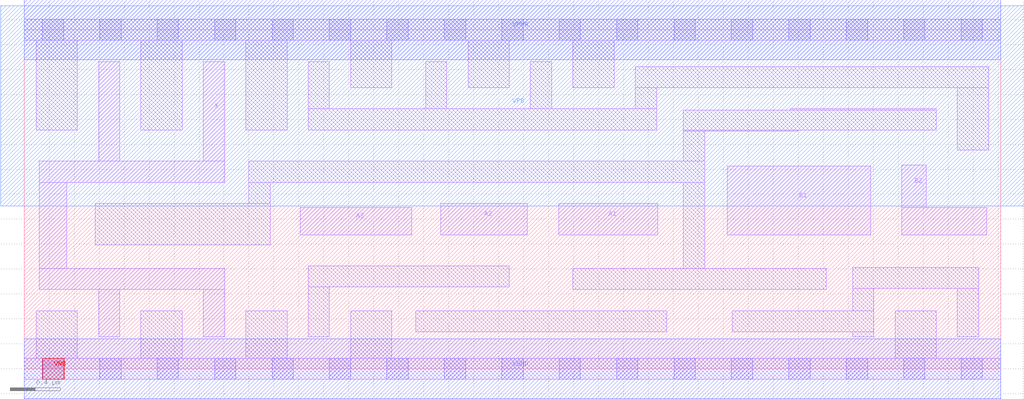
<source format=lef>
# Copyright 2020 The SkyWater PDK Authors
#
# Licensed under the Apache License, Version 2.0 (the "License");
# you may not use this file except in compliance with the License.
# You may obtain a copy of the License at
#
#     https://www.apache.org/licenses/LICENSE-2.0
#
# Unless required by applicable law or agreed to in writing, software
# distributed under the License is distributed on an "AS IS" BASIS,
# WITHOUT WARRANTIES OR CONDITIONS OF ANY KIND, either express or implied.
# See the License for the specific language governing permissions and
# limitations under the License.
#
# SPDX-License-Identifier: Apache-2.0

VERSION 5.7 ;
  NOWIREEXTENSIONATPIN ON ;
  DIVIDERCHAR "/" ;
  BUSBITCHARS "[]" ;
MACRO sky130_fd_sc_hd__a32o_4
  CLASS CORE ;
  FOREIGN sky130_fd_sc_hd__a32o_4 ;
  ORIGIN  0.000000  0.000000 ;
  SIZE  7.820000 BY  2.720000 ;
  SYMMETRY X Y R90 ;
  SITE unithd ;
  PIN A1
    ANTENNAGATEAREA  0.495000 ;
    DIRECTION INPUT ;
    USE SIGNAL ;
    PORT
      LAYER li1 ;
        RECT 4.280000 1.075000 5.075000 1.325000 ;
    END
  END A1
  PIN A2
    ANTENNAGATEAREA  0.495000 ;
    DIRECTION INPUT ;
    USE SIGNAL ;
    PORT
      LAYER li1 ;
        RECT 3.335000 1.075000 4.030000 1.325000 ;
    END
  END A2
  PIN A3
    ANTENNAGATEAREA  0.495000 ;
    DIRECTION INPUT ;
    USE SIGNAL ;
    PORT
      LAYER li1 ;
        RECT 2.210000 1.075000 3.105000 1.295000 ;
    END
  END A3
  PIN B1
    ANTENNAGATEAREA  0.495000 ;
    DIRECTION INPUT ;
    USE SIGNAL ;
    PORT
      LAYER li1 ;
        RECT 5.630000 1.075000 6.780000 1.625000 ;
    END
  END B1
  PIN B2
    ANTENNAGATEAREA  0.495000 ;
    DIRECTION INPUT ;
    USE SIGNAL ;
    PORT
      LAYER li1 ;
        RECT 7.030000 1.075000 7.710000 1.295000 ;
        RECT 7.030000 1.295000 7.225000 1.635000 ;
    END
  END B2
  PIN VNB
    PORT
      LAYER pwell ;
        RECT 0.150000 -0.085000 0.320000 0.085000 ;
    END
  END VNB
  PIN VPB
    PORT
      LAYER nwell ;
        RECT -0.190000 1.305000 8.010000 2.910000 ;
    END
  END VPB
  PIN X
    ANTENNADIFFAREA  0.891000 ;
    DIRECTION OUTPUT ;
    USE SIGNAL ;
    PORT
      LAYER li1 ;
        RECT 0.120000 0.635000 1.605000 0.805000 ;
        RECT 0.120000 0.805000 0.340000 1.495000 ;
        RECT 0.120000 1.495000 1.605000 1.665000 ;
        RECT 0.595000 0.255000 0.765000 0.635000 ;
        RECT 0.595000 1.665000 0.765000 2.465000 ;
        RECT 1.435000 0.255000 1.605000 0.635000 ;
        RECT 1.435000 1.665000 1.605000 2.465000 ;
    END
  END X
  PIN VGND
    DIRECTION INOUT ;
    SHAPE ABUTMENT ;
    USE GROUND ;
    PORT
      LAYER met1 ;
        RECT 0.000000 -0.240000 7.820000 0.240000 ;
    END
  END VGND
  PIN VPWR
    DIRECTION INOUT ;
    SHAPE ABUTMENT ;
    USE POWER ;
    PORT
      LAYER met1 ;
        RECT 0.000000 2.480000 7.820000 2.960000 ;
    END
  END VPWR
  OBS
    LAYER li1 ;
      RECT 0.000000 -0.085000 7.820000 0.085000 ;
      RECT 0.000000  2.635000 7.820000 2.805000 ;
      RECT 0.095000  0.085000 0.425000 0.465000 ;
      RECT 0.095000  1.915000 0.425000 2.635000 ;
      RECT 0.570000  0.995000 1.970000 1.325000 ;
      RECT 0.935000  0.085000 1.265000 0.465000 ;
      RECT 0.935000  1.915000 1.265000 2.635000 ;
      RECT 1.775000  0.085000 2.105000 0.465000 ;
      RECT 1.775000  1.915000 2.105000 2.635000 ;
      RECT 1.800000  1.325000 1.970000 1.495000 ;
      RECT 1.800000  1.495000 5.450000 1.665000 ;
      RECT 2.275000  0.255000 2.445000 0.655000 ;
      RECT 2.275000  0.655000 3.885000 0.825000 ;
      RECT 2.275000  1.915000 5.065000 2.085000 ;
      RECT 2.275000  2.085000 2.445000 2.465000 ;
      RECT 2.615000  0.085000 2.945000 0.465000 ;
      RECT 2.615000  2.255000 2.945000 2.635000 ;
      RECT 3.135000  0.295000 5.145000 0.465000 ;
      RECT 3.215000  2.085000 3.385000 2.465000 ;
      RECT 3.555000  2.255000 3.885000 2.635000 ;
      RECT 4.055000  2.085000 4.225000 2.465000 ;
      RECT 4.395000  0.635000 6.425000 0.805000 ;
      RECT 4.395000  2.255000 4.725000 2.635000 ;
      RECT 4.895000  2.085000 5.065000 2.255000 ;
      RECT 4.895000  2.255000 7.725000 2.425000 ;
      RECT 5.280000  0.805000 5.450000 1.495000 ;
      RECT 5.280000  1.665000 5.450000 1.905000 ;
      RECT 5.280000  1.905000 6.200000 1.915000 ;
      RECT 5.280000  1.915000 7.305000 2.075000 ;
      RECT 5.670000  0.295000 6.805000 0.465000 ;
      RECT 6.135000  2.075000 7.305000 2.085000 ;
      RECT 6.635000  0.255000 6.805000 0.295000 ;
      RECT 6.635000  0.465000 6.805000 0.645000 ;
      RECT 6.635000  0.645000 7.645000 0.815000 ;
      RECT 6.975000  0.085000 7.305000 0.465000 ;
      RECT 7.475000  0.255000 7.645000 0.645000 ;
      RECT 7.475000  1.755000 7.725000 2.255000 ;
    LAYER mcon ;
      RECT 0.145000 -0.085000 0.315000 0.085000 ;
      RECT 0.145000  2.635000 0.315000 2.805000 ;
      RECT 0.605000 -0.085000 0.775000 0.085000 ;
      RECT 0.605000  2.635000 0.775000 2.805000 ;
      RECT 1.065000 -0.085000 1.235000 0.085000 ;
      RECT 1.065000  2.635000 1.235000 2.805000 ;
      RECT 1.525000 -0.085000 1.695000 0.085000 ;
      RECT 1.525000  2.635000 1.695000 2.805000 ;
      RECT 1.985000 -0.085000 2.155000 0.085000 ;
      RECT 1.985000  2.635000 2.155000 2.805000 ;
      RECT 2.445000 -0.085000 2.615000 0.085000 ;
      RECT 2.445000  2.635000 2.615000 2.805000 ;
      RECT 2.905000 -0.085000 3.075000 0.085000 ;
      RECT 2.905000  2.635000 3.075000 2.805000 ;
      RECT 3.365000 -0.085000 3.535000 0.085000 ;
      RECT 3.365000  2.635000 3.535000 2.805000 ;
      RECT 3.825000 -0.085000 3.995000 0.085000 ;
      RECT 3.825000  2.635000 3.995000 2.805000 ;
      RECT 4.285000 -0.085000 4.455000 0.085000 ;
      RECT 4.285000  2.635000 4.455000 2.805000 ;
      RECT 4.745000 -0.085000 4.915000 0.085000 ;
      RECT 4.745000  2.635000 4.915000 2.805000 ;
      RECT 5.205000 -0.085000 5.375000 0.085000 ;
      RECT 5.205000  2.635000 5.375000 2.805000 ;
      RECT 5.665000 -0.085000 5.835000 0.085000 ;
      RECT 5.665000  2.635000 5.835000 2.805000 ;
      RECT 6.125000 -0.085000 6.295000 0.085000 ;
      RECT 6.125000  2.635000 6.295000 2.805000 ;
      RECT 6.585000 -0.085000 6.755000 0.085000 ;
      RECT 6.585000  2.635000 6.755000 2.805000 ;
      RECT 7.045000 -0.085000 7.215000 0.085000 ;
      RECT 7.045000  2.635000 7.215000 2.805000 ;
      RECT 7.505000 -0.085000 7.675000 0.085000 ;
      RECT 7.505000  2.635000 7.675000 2.805000 ;
  END
END sky130_fd_sc_hd__a32o_4
END LIBRARY

</source>
